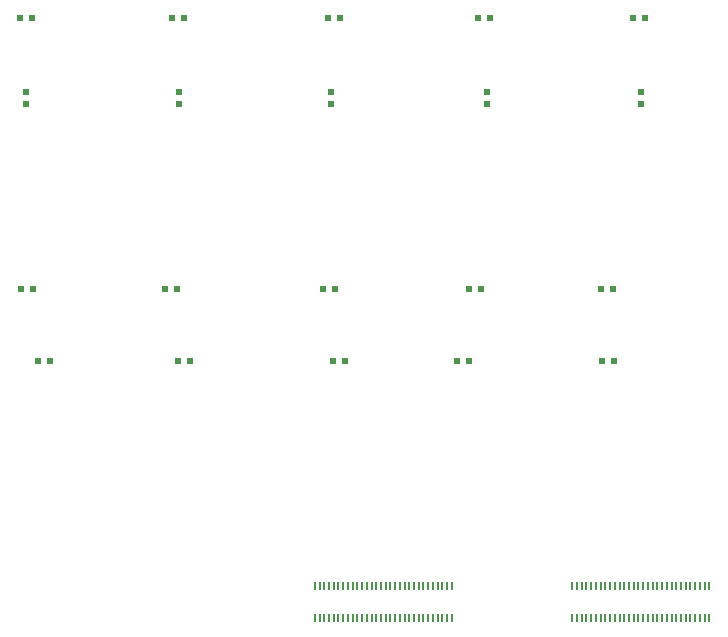
<source format=gbr>
%TF.GenerationSoftware,KiCad,Pcbnew,8.0.1*%
%TF.CreationDate,2024-12-13T12:15:52+05:30*%
%TF.ProjectId,GPIO HAT 1,4750494f-2048-4415-9420-312e6b696361,rev?*%
%TF.SameCoordinates,Original*%
%TF.FileFunction,Paste,Bot*%
%TF.FilePolarity,Positive*%
%FSLAX46Y46*%
G04 Gerber Fmt 4.6, Leading zero omitted, Abs format (unit mm)*
G04 Created by KiCad (PCBNEW 8.0.1) date 2024-12-13 12:15:52*
%MOMM*%
%LPD*%
G01*
G04 APERTURE LIST*
%ADD10R,0.475000X0.500000*%
%ADD11R,0.500000X0.475000*%
%ADD12R,0.230000X0.660000*%
G04 APERTURE END LIST*
D10*
%TO.C,C9*%
X109978000Y-122809000D03*
X111002000Y-122809000D03*
%TD*%
%TO.C,C6*%
X95754000Y-116690000D03*
X96778000Y-116690000D03*
%TD*%
%TO.C,C14*%
X122297000Y-93751400D03*
X123321000Y-93751400D03*
%TD*%
%TO.C,C19*%
X121509600Y-116690000D03*
X122533600Y-116690000D03*
%TD*%
%TO.C,C18*%
X135403400Y-93751400D03*
X136427400Y-93751400D03*
%TD*%
D11*
%TO.C,C4*%
X84023200Y-100046600D03*
X84023200Y-101070600D03*
%TD*%
D10*
%TO.C,C10*%
X109161200Y-116690000D03*
X110185200Y-116690000D03*
%TD*%
%TO.C,C3*%
X83511200Y-93751400D03*
X84535200Y-93751400D03*
%TD*%
%TO.C,C5*%
X96871600Y-122809000D03*
X97895600Y-122809000D03*
%TD*%
%TO.C,C20*%
X132680600Y-116690000D03*
X133704600Y-116690000D03*
%TD*%
%TO.C,C15*%
X121492200Y-122809000D03*
X120468200Y-122809000D03*
%TD*%
%TO.C,C16*%
X133811200Y-122809000D03*
X132787200Y-122809000D03*
%TD*%
%TO.C,C8*%
X96363600Y-93751400D03*
X97387600Y-93751400D03*
%TD*%
%TO.C,C1*%
X85004800Y-122809000D03*
X86028800Y-122809000D03*
%TD*%
D12*
%TO.C,J21*%
X108460000Y-144565000D03*
X108860000Y-144565000D03*
X109260000Y-144565000D03*
X109660000Y-144565000D03*
X110060000Y-144565000D03*
X110460000Y-144565000D03*
X110860000Y-144565000D03*
X111260000Y-144565000D03*
X111660000Y-144565000D03*
X112060000Y-144565000D03*
X112460000Y-144565000D03*
X112860000Y-144565000D03*
X113260000Y-144565000D03*
X113660000Y-144565000D03*
X114060000Y-144565000D03*
X114460000Y-144565000D03*
X114860000Y-144565000D03*
X115260000Y-144565000D03*
X115660000Y-144565000D03*
X116060000Y-144565000D03*
X116460000Y-144565000D03*
X116860000Y-144565000D03*
X117260000Y-144565000D03*
X117660000Y-144565000D03*
X118060000Y-144565000D03*
X118460000Y-144565000D03*
X118860000Y-144565000D03*
X119260000Y-144565000D03*
X119660000Y-144565000D03*
X120060000Y-144565000D03*
X120060000Y-141855000D03*
X119660000Y-141855000D03*
X119260000Y-141855000D03*
X118860000Y-141855000D03*
X118460000Y-141855000D03*
X118060000Y-141855000D03*
X117660000Y-141855000D03*
X117260000Y-141855000D03*
X116860000Y-141855000D03*
X116460000Y-141855000D03*
X116060000Y-141855000D03*
X115660000Y-141855000D03*
X115260000Y-141855000D03*
X114860000Y-141855000D03*
X114460000Y-141855000D03*
X114060000Y-141855000D03*
X113660000Y-141855000D03*
X113260000Y-141855000D03*
X112860000Y-141855000D03*
X112460000Y-141855000D03*
X112060000Y-141855000D03*
X111660000Y-141855000D03*
X111260000Y-141855000D03*
X110860000Y-141855000D03*
X110460000Y-141855000D03*
X110060000Y-141855000D03*
X109660000Y-141855000D03*
X109260000Y-141855000D03*
X108860000Y-141855000D03*
X108460000Y-141855000D03*
%TD*%
D11*
%TO.C,C11*%
X109824600Y-100046600D03*
X109824600Y-101070600D03*
%TD*%
D10*
%TO.C,C2*%
X83582400Y-116740800D03*
X84606400Y-116740800D03*
%TD*%
D12*
%TO.C,J22*%
X141860000Y-141855000D03*
X141460000Y-141855000D03*
X141060000Y-141855000D03*
X140660000Y-141855000D03*
X140260000Y-141855000D03*
X139860000Y-141855000D03*
X139460000Y-141855000D03*
X139060000Y-141855000D03*
X138660000Y-141855000D03*
X138260000Y-141855000D03*
X137860000Y-141855000D03*
X137460000Y-141855000D03*
X137060000Y-141855000D03*
X136660000Y-141855000D03*
X136260000Y-141855000D03*
X135860000Y-141855000D03*
X135460000Y-141855000D03*
X135060000Y-141855000D03*
X134660000Y-141855000D03*
X134260000Y-141855000D03*
X133860000Y-141855000D03*
X133460000Y-141855000D03*
X133060000Y-141855000D03*
X132660000Y-141855000D03*
X132260000Y-141855000D03*
X131860000Y-141855000D03*
X131460000Y-141855000D03*
X131060000Y-141855000D03*
X130660000Y-141855000D03*
X130260000Y-141855000D03*
X130260000Y-144565000D03*
X130660000Y-144565000D03*
X131060000Y-144565000D03*
X131460000Y-144565000D03*
X131860000Y-144565000D03*
X132260000Y-144565000D03*
X132660000Y-144565000D03*
X133060000Y-144565000D03*
X133460000Y-144565000D03*
X133860000Y-144565000D03*
X134260000Y-144565000D03*
X134660000Y-144565000D03*
X135060000Y-144565000D03*
X135460000Y-144565000D03*
X135860000Y-144565000D03*
X136260000Y-144565000D03*
X136660000Y-144565000D03*
X137060000Y-144565000D03*
X137460000Y-144565000D03*
X137860000Y-144565000D03*
X138260000Y-144565000D03*
X138660000Y-144565000D03*
X139060000Y-144565000D03*
X139460000Y-144565000D03*
X139860000Y-144565000D03*
X140260000Y-144565000D03*
X140660000Y-144565000D03*
X141060000Y-144565000D03*
X141460000Y-144565000D03*
X141860000Y-144565000D03*
%TD*%
D11*
%TO.C,C7*%
X96926400Y-100046600D03*
X96926400Y-101070600D03*
%TD*%
D10*
%TO.C,C12*%
X109597000Y-93751400D03*
X110621000Y-93751400D03*
%TD*%
D11*
%TO.C,C13*%
X123012200Y-100046600D03*
X123012200Y-101070600D03*
%TD*%
%TO.C,C17*%
X136042400Y-100046600D03*
X136042400Y-101070600D03*
%TD*%
M02*

</source>
